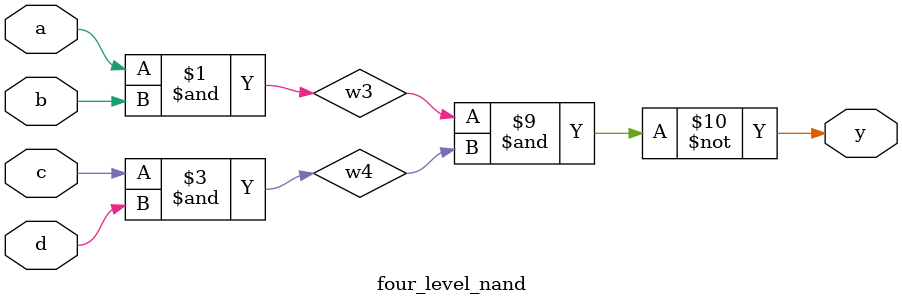
<source format=v>
module four_level_nand(a,b,c,d,y);
	input a,b,c,d;
	output y;
	wire w1;
	assign w1=~(a&b);
	wire w2;
	assign w2=~(c&d);
	wire w3;
	assign w3=~(w1&w1);
	wire w4;
	assign w4=~(w2&w2);
	assign y=~(w3&w4);
endmodule
</source>
